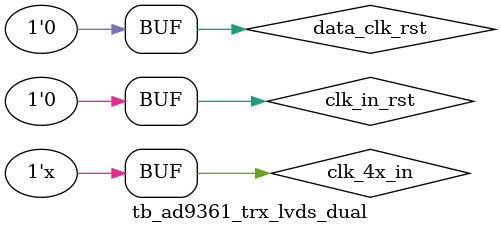
<source format=v>
`timescale 1ns / 1ps


module tb_ad9361_trx_lvds_dual;

reg clk_4x_in = 'b0;
reg clk_in_rst = 'b0;
reg data_clk = 'b0;
reg data_clk_rst = 'b0;
reg [11:0] tx_ch1_i = 'b0;
reg [11:0] tx_ch1_q = 'b0;
reg [11:0] tx_ch2_i = 'b0;
reg [11:0] tx_ch2_q = 'b0;
wire [11:0] rx_ch1_i;
wire [11:0] rx_ch1_q;
wire [11:0] rx_ch2_i;
wire [11:0] rx_ch2_q;

wire clk_out_p;
wire clk_out_n;
wire tx_frame_p;
wire tx_frame_n;
wire [5:0] tx_data_p;
wire [5:0] tx_data_n;

ad9361_tx_map_lvds_dual dut_tx
(
    .clk_4x_in      (clk_4x_in      ),
    .clk_in_rst     (clk_in_rst     ),

    .tx_data_clk    (data_clk       ),
    .tx_data_clk_rst(data_clk_rst   ),

    .tx_ch1_i       (tx_ch1_i       ),
    .tx_ch1_q       (tx_ch1_q       ),
    .tx_ch2_i       (tx_ch2_i       ),
    .tx_ch2_q       (tx_ch2_q       ),

    .clk_out_p      (clk_out_p      ),
    .clk_out_n      (clk_out_n      ),
    .tx_frame_p     (tx_frame_p     ),
    .tx_frame_n     (tx_frame_n     ),
    .tx_data_p      (tx_data_p      ),
    .tx_data_n      (tx_data_n      )
);

ad9361_rx_map_lvds_dual dut_rx
(
    .clk_4x_in      (clk_4x_in      ),
    .clk_in_rst     (clk_in_rst     ),

    .rx_data_clk    (data_clk       ),
    .rx_data_clk_rst(data_clk_rst   ),

    .rx_fifo_rst    (1'b0           ),

    .rx_frame_p     (tx_frame_p     ),
    .rx_frame_n     (tx_frame_n     ),
    .rx_data_p      (tx_data_p      ),
    .rx_data_n      (tx_data_n      ),

    .rx_ch1_i       (rx_ch1_i       ),
    .rx_ch1_q       (rx_ch1_q       ),
    .rx_ch2_i       (rx_ch2_i       ),
    .rx_ch2_q       (rx_ch2_q       )
);

initial begin
    clk_in_rst = 1'b1;
    data_clk_rst = 1'b1;
    #102
    clk_in_rst = 'b0;
    #333
    data_clk_rst = 'b0;
end

reg clk_2x_in = 'b0;

always #40 clk_4x_in = ~clk_4x_in;

always @(posedge clk_4x_in) begin
    clk_2x_in <= ~clk_2x_in;
end

always @(posedge clk_2x_in) begin
    #7 data_clk <= ~data_clk;
end

always @(posedge data_clk) begin
    if (data_clk_rst) begin
        tx_ch1_i <= 'b0;
        tx_ch1_q <= 'b0;
        tx_ch2_i <= 'b0;
        tx_ch2_q <= 'b0;
    end
    else begin
        tx_ch1_i <= tx_ch1_i + 3'd1;
        tx_ch1_q <= tx_ch1_q + 3'd2;
        tx_ch2_i <= tx_ch2_i + 3'd3;
        tx_ch2_q <= tx_ch2_q + 3'd4;
    end
end

endmodule

</source>
